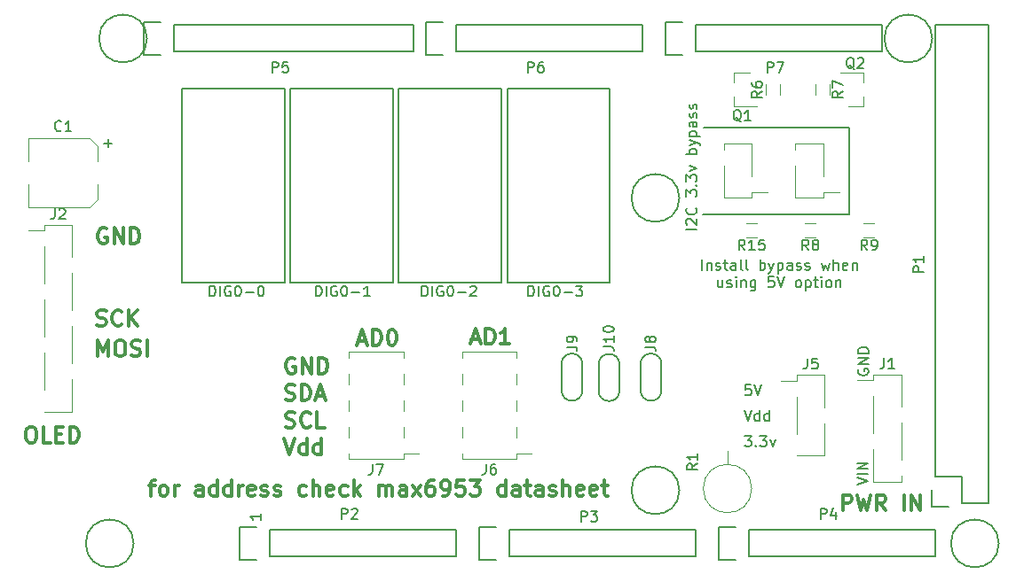
<source format=gto>
G04 #@! TF.FileFunction,Legend,Top*
%FSLAX46Y46*%
G04 Gerber Fmt 4.6, Leading zero omitted, Abs format (unit mm)*
G04 Created by KiCad (PCBNEW 4.0.7) date 01/09/18 02:40:13*
%MOMM*%
%LPD*%
G01*
G04 APERTURE LIST*
%ADD10C,0.100000*%
%ADD11C,0.300000*%
%ADD12C,0.152400*%
%ADD13C,0.150000*%
%ADD14C,0.120000*%
G04 APERTURE END LIST*
D10*
D11*
X116221429Y-101228571D02*
X116221429Y-99728571D01*
X116721429Y-100800000D01*
X117221429Y-99728571D01*
X117221429Y-101228571D01*
X118221429Y-99728571D02*
X118507143Y-99728571D01*
X118650001Y-99800000D01*
X118792858Y-99942857D01*
X118864286Y-100228571D01*
X118864286Y-100728571D01*
X118792858Y-101014286D01*
X118650001Y-101157143D01*
X118507143Y-101228571D01*
X118221429Y-101228571D01*
X118078572Y-101157143D01*
X117935715Y-101014286D01*
X117864286Y-100728571D01*
X117864286Y-100228571D01*
X117935715Y-99942857D01*
X118078572Y-99800000D01*
X118221429Y-99728571D01*
X119435715Y-101157143D02*
X119650001Y-101228571D01*
X120007144Y-101228571D01*
X120150001Y-101157143D01*
X120221430Y-101085714D01*
X120292858Y-100942857D01*
X120292858Y-100800000D01*
X120221430Y-100657143D01*
X120150001Y-100585714D01*
X120007144Y-100514286D01*
X119721430Y-100442857D01*
X119578572Y-100371429D01*
X119507144Y-100300000D01*
X119435715Y-100157143D01*
X119435715Y-100014286D01*
X119507144Y-99871429D01*
X119578572Y-99800000D01*
X119721430Y-99728571D01*
X120078572Y-99728571D01*
X120292858Y-99800000D01*
X120935715Y-101228571D02*
X120935715Y-99728571D01*
X116150000Y-98257143D02*
X116364286Y-98328571D01*
X116721429Y-98328571D01*
X116864286Y-98257143D01*
X116935715Y-98185714D01*
X117007143Y-98042857D01*
X117007143Y-97900000D01*
X116935715Y-97757143D01*
X116864286Y-97685714D01*
X116721429Y-97614286D01*
X116435715Y-97542857D01*
X116292857Y-97471429D01*
X116221429Y-97400000D01*
X116150000Y-97257143D01*
X116150000Y-97114286D01*
X116221429Y-96971429D01*
X116292857Y-96900000D01*
X116435715Y-96828571D01*
X116792857Y-96828571D01*
X117007143Y-96900000D01*
X118507143Y-98185714D02*
X118435714Y-98257143D01*
X118221428Y-98328571D01*
X118078571Y-98328571D01*
X117864286Y-98257143D01*
X117721428Y-98114286D01*
X117650000Y-97971429D01*
X117578571Y-97685714D01*
X117578571Y-97471429D01*
X117650000Y-97185714D01*
X117721428Y-97042857D01*
X117864286Y-96900000D01*
X118078571Y-96828571D01*
X118221428Y-96828571D01*
X118435714Y-96900000D01*
X118507143Y-96971429D01*
X119150000Y-98328571D02*
X119150000Y-96828571D01*
X120007143Y-98328571D02*
X119364286Y-97471429D01*
X120007143Y-96828571D02*
X119150000Y-97685714D01*
X117057143Y-89050000D02*
X116914286Y-88978571D01*
X116700000Y-88978571D01*
X116485715Y-89050000D01*
X116342857Y-89192857D01*
X116271429Y-89335714D01*
X116200000Y-89621429D01*
X116200000Y-89835714D01*
X116271429Y-90121429D01*
X116342857Y-90264286D01*
X116485715Y-90407143D01*
X116700000Y-90478571D01*
X116842857Y-90478571D01*
X117057143Y-90407143D01*
X117128572Y-90335714D01*
X117128572Y-89835714D01*
X116842857Y-89835714D01*
X117771429Y-90478571D02*
X117771429Y-88978571D01*
X118628572Y-90478571D01*
X118628572Y-88978571D01*
X119342858Y-90478571D02*
X119342858Y-88978571D01*
X119700001Y-88978571D01*
X119914286Y-89050000D01*
X120057144Y-89192857D01*
X120128572Y-89335714D01*
X120200001Y-89621429D01*
X120200001Y-89835714D01*
X120128572Y-90121429D01*
X120057144Y-90264286D01*
X119914286Y-90407143D01*
X119700001Y-90478571D01*
X119342858Y-90478571D01*
D12*
X188792000Y-102474095D02*
X188743619Y-102570857D01*
X188743619Y-102716000D01*
X188792000Y-102861142D01*
X188888762Y-102957904D01*
X188985524Y-103006285D01*
X189179048Y-103054666D01*
X189324190Y-103054666D01*
X189517714Y-103006285D01*
X189614476Y-102957904D01*
X189711238Y-102861142D01*
X189759619Y-102716000D01*
X189759619Y-102619238D01*
X189711238Y-102474095D01*
X189662857Y-102425714D01*
X189324190Y-102425714D01*
X189324190Y-102619238D01*
X189759619Y-101990285D02*
X188743619Y-101990285D01*
X189759619Y-101409714D01*
X188743619Y-101409714D01*
X189759619Y-100925904D02*
X188743619Y-100925904D01*
X188743619Y-100683999D01*
X188792000Y-100538857D01*
X188888762Y-100442095D01*
X188985524Y-100393714D01*
X189179048Y-100345333D01*
X189324190Y-100345333D01*
X189517714Y-100393714D01*
X189614476Y-100442095D01*
X189711238Y-100538857D01*
X189759619Y-100683999D01*
X189759619Y-100925904D01*
X188643619Y-113512762D02*
X189659619Y-113174095D01*
X188643619Y-112835429D01*
X189659619Y-112496762D02*
X188643619Y-112496762D01*
X189659619Y-112012952D02*
X188643619Y-112012952D01*
X189659619Y-111432381D01*
X188643619Y-111432381D01*
D13*
X187950000Y-79350000D02*
X174000000Y-79350000D01*
X187950000Y-87700000D02*
X187950000Y-79350000D01*
X173950000Y-87700000D02*
X187950000Y-87700000D01*
D12*
X173847716Y-92971419D02*
X173847716Y-91955419D01*
X174331526Y-92294086D02*
X174331526Y-92971419D01*
X174331526Y-92390848D02*
X174379907Y-92342467D01*
X174476669Y-92294086D01*
X174621811Y-92294086D01*
X174718573Y-92342467D01*
X174766954Y-92439229D01*
X174766954Y-92971419D01*
X175202383Y-92923038D02*
X175299145Y-92971419D01*
X175492669Y-92971419D01*
X175589430Y-92923038D01*
X175637811Y-92826276D01*
X175637811Y-92777895D01*
X175589430Y-92681133D01*
X175492669Y-92632752D01*
X175347526Y-92632752D01*
X175250764Y-92584371D01*
X175202383Y-92487610D01*
X175202383Y-92439229D01*
X175250764Y-92342467D01*
X175347526Y-92294086D01*
X175492669Y-92294086D01*
X175589430Y-92342467D01*
X175928097Y-92294086D02*
X176315145Y-92294086D01*
X176073240Y-91955419D02*
X176073240Y-92826276D01*
X176121621Y-92923038D01*
X176218383Y-92971419D01*
X176315145Y-92971419D01*
X177089239Y-92971419D02*
X177089239Y-92439229D01*
X177040858Y-92342467D01*
X176944096Y-92294086D01*
X176750573Y-92294086D01*
X176653811Y-92342467D01*
X177089239Y-92923038D02*
X176992477Y-92971419D01*
X176750573Y-92971419D01*
X176653811Y-92923038D01*
X176605430Y-92826276D01*
X176605430Y-92729514D01*
X176653811Y-92632752D01*
X176750573Y-92584371D01*
X176992477Y-92584371D01*
X177089239Y-92535990D01*
X177718192Y-92971419D02*
X177621430Y-92923038D01*
X177573049Y-92826276D01*
X177573049Y-91955419D01*
X178250382Y-92971419D02*
X178153620Y-92923038D01*
X178105239Y-92826276D01*
X178105239Y-91955419D01*
X179411524Y-92971419D02*
X179411524Y-91955419D01*
X179411524Y-92342467D02*
X179508286Y-92294086D01*
X179701809Y-92294086D01*
X179798571Y-92342467D01*
X179846952Y-92390848D01*
X179895333Y-92487610D01*
X179895333Y-92777895D01*
X179846952Y-92874657D01*
X179798571Y-92923038D01*
X179701809Y-92971419D01*
X179508286Y-92971419D01*
X179411524Y-92923038D01*
X180234000Y-92294086D02*
X180475905Y-92971419D01*
X180717809Y-92294086D02*
X180475905Y-92971419D01*
X180379143Y-93213324D01*
X180330762Y-93261705D01*
X180234000Y-93310086D01*
X181104857Y-92294086D02*
X181104857Y-93310086D01*
X181104857Y-92342467D02*
X181201619Y-92294086D01*
X181395142Y-92294086D01*
X181491904Y-92342467D01*
X181540285Y-92390848D01*
X181588666Y-92487610D01*
X181588666Y-92777895D01*
X181540285Y-92874657D01*
X181491904Y-92923038D01*
X181395142Y-92971419D01*
X181201619Y-92971419D01*
X181104857Y-92923038D01*
X182459523Y-92971419D02*
X182459523Y-92439229D01*
X182411142Y-92342467D01*
X182314380Y-92294086D01*
X182120857Y-92294086D01*
X182024095Y-92342467D01*
X182459523Y-92923038D02*
X182362761Y-92971419D01*
X182120857Y-92971419D01*
X182024095Y-92923038D01*
X181975714Y-92826276D01*
X181975714Y-92729514D01*
X182024095Y-92632752D01*
X182120857Y-92584371D01*
X182362761Y-92584371D01*
X182459523Y-92535990D01*
X182894952Y-92923038D02*
X182991714Y-92971419D01*
X183185238Y-92971419D01*
X183281999Y-92923038D01*
X183330380Y-92826276D01*
X183330380Y-92777895D01*
X183281999Y-92681133D01*
X183185238Y-92632752D01*
X183040095Y-92632752D01*
X182943333Y-92584371D01*
X182894952Y-92487610D01*
X182894952Y-92439229D01*
X182943333Y-92342467D01*
X183040095Y-92294086D01*
X183185238Y-92294086D01*
X183281999Y-92342467D01*
X183717428Y-92923038D02*
X183814190Y-92971419D01*
X184007714Y-92971419D01*
X184104475Y-92923038D01*
X184152856Y-92826276D01*
X184152856Y-92777895D01*
X184104475Y-92681133D01*
X184007714Y-92632752D01*
X183862571Y-92632752D01*
X183765809Y-92584371D01*
X183717428Y-92487610D01*
X183717428Y-92439229D01*
X183765809Y-92342467D01*
X183862571Y-92294086D01*
X184007714Y-92294086D01*
X184104475Y-92342467D01*
X185265618Y-92294086D02*
X185459142Y-92971419D01*
X185652665Y-92487610D01*
X185846189Y-92971419D01*
X186039713Y-92294086D01*
X186426761Y-92971419D02*
X186426761Y-91955419D01*
X186862189Y-92971419D02*
X186862189Y-92439229D01*
X186813808Y-92342467D01*
X186717046Y-92294086D01*
X186571904Y-92294086D01*
X186475142Y-92342467D01*
X186426761Y-92390848D01*
X187733046Y-92923038D02*
X187636284Y-92971419D01*
X187442761Y-92971419D01*
X187345999Y-92923038D01*
X187297618Y-92826276D01*
X187297618Y-92439229D01*
X187345999Y-92342467D01*
X187442761Y-92294086D01*
X187636284Y-92294086D01*
X187733046Y-92342467D01*
X187781427Y-92439229D01*
X187781427Y-92535990D01*
X187297618Y-92632752D01*
X188216856Y-92294086D02*
X188216856Y-92971419D01*
X188216856Y-92390848D02*
X188265237Y-92342467D01*
X188361999Y-92294086D01*
X188507141Y-92294086D01*
X188603903Y-92342467D01*
X188652284Y-92439229D01*
X188652284Y-92971419D01*
X175831334Y-93970486D02*
X175831334Y-94647819D01*
X175395906Y-93970486D02*
X175395906Y-94502676D01*
X175444287Y-94599438D01*
X175541049Y-94647819D01*
X175686191Y-94647819D01*
X175782953Y-94599438D01*
X175831334Y-94551057D01*
X176266763Y-94599438D02*
X176363525Y-94647819D01*
X176557049Y-94647819D01*
X176653810Y-94599438D01*
X176702191Y-94502676D01*
X176702191Y-94454295D01*
X176653810Y-94357533D01*
X176557049Y-94309152D01*
X176411906Y-94309152D01*
X176315144Y-94260771D01*
X176266763Y-94164010D01*
X176266763Y-94115629D01*
X176315144Y-94018867D01*
X176411906Y-93970486D01*
X176557049Y-93970486D01*
X176653810Y-94018867D01*
X177137620Y-94647819D02*
X177137620Y-93970486D01*
X177137620Y-93631819D02*
X177089239Y-93680200D01*
X177137620Y-93728581D01*
X177186001Y-93680200D01*
X177137620Y-93631819D01*
X177137620Y-93728581D01*
X177621430Y-93970486D02*
X177621430Y-94647819D01*
X177621430Y-94067248D02*
X177669811Y-94018867D01*
X177766573Y-93970486D01*
X177911715Y-93970486D01*
X178008477Y-94018867D01*
X178056858Y-94115629D01*
X178056858Y-94647819D01*
X178976096Y-93970486D02*
X178976096Y-94792962D01*
X178927715Y-94889724D01*
X178879334Y-94938105D01*
X178782573Y-94986486D01*
X178637430Y-94986486D01*
X178540668Y-94938105D01*
X178976096Y-94599438D02*
X178879334Y-94647819D01*
X178685811Y-94647819D01*
X178589049Y-94599438D01*
X178540668Y-94551057D01*
X178492287Y-94454295D01*
X178492287Y-94164010D01*
X178540668Y-94067248D01*
X178589049Y-94018867D01*
X178685811Y-93970486D01*
X178879334Y-93970486D01*
X178976096Y-94018867D01*
X180717810Y-93631819D02*
X180234001Y-93631819D01*
X180185620Y-94115629D01*
X180234001Y-94067248D01*
X180330763Y-94018867D01*
X180572667Y-94018867D01*
X180669429Y-94067248D01*
X180717810Y-94115629D01*
X180766191Y-94212390D01*
X180766191Y-94454295D01*
X180717810Y-94551057D01*
X180669429Y-94599438D01*
X180572667Y-94647819D01*
X180330763Y-94647819D01*
X180234001Y-94599438D01*
X180185620Y-94551057D01*
X181056477Y-93631819D02*
X181395144Y-94647819D01*
X181733810Y-93631819D01*
X182991715Y-94647819D02*
X182894953Y-94599438D01*
X182846572Y-94551057D01*
X182798191Y-94454295D01*
X182798191Y-94164010D01*
X182846572Y-94067248D01*
X182894953Y-94018867D01*
X182991715Y-93970486D01*
X183136857Y-93970486D01*
X183233619Y-94018867D01*
X183282000Y-94067248D01*
X183330381Y-94164010D01*
X183330381Y-94454295D01*
X183282000Y-94551057D01*
X183233619Y-94599438D01*
X183136857Y-94647819D01*
X182991715Y-94647819D01*
X183765810Y-93970486D02*
X183765810Y-94986486D01*
X183765810Y-94018867D02*
X183862572Y-93970486D01*
X184056095Y-93970486D01*
X184152857Y-94018867D01*
X184201238Y-94067248D01*
X184249619Y-94164010D01*
X184249619Y-94454295D01*
X184201238Y-94551057D01*
X184152857Y-94599438D01*
X184056095Y-94647819D01*
X183862572Y-94647819D01*
X183765810Y-94599438D01*
X184539905Y-93970486D02*
X184926953Y-93970486D01*
X184685048Y-93631819D02*
X184685048Y-94502676D01*
X184733429Y-94599438D01*
X184830191Y-94647819D01*
X184926953Y-94647819D01*
X185265619Y-94647819D02*
X185265619Y-93970486D01*
X185265619Y-93631819D02*
X185217238Y-93680200D01*
X185265619Y-93728581D01*
X185314000Y-93680200D01*
X185265619Y-93631819D01*
X185265619Y-93728581D01*
X185894572Y-94647819D02*
X185797810Y-94599438D01*
X185749429Y-94551057D01*
X185701048Y-94454295D01*
X185701048Y-94164010D01*
X185749429Y-94067248D01*
X185797810Y-94018867D01*
X185894572Y-93970486D01*
X186039714Y-93970486D01*
X186136476Y-94018867D01*
X186184857Y-94067248D01*
X186233238Y-94164010D01*
X186233238Y-94454295D01*
X186184857Y-94551057D01*
X186136476Y-94599438D01*
X186039714Y-94647819D01*
X185894572Y-94647819D01*
X186668667Y-93970486D02*
X186668667Y-94647819D01*
X186668667Y-94067248D02*
X186717048Y-94018867D01*
X186813810Y-93970486D01*
X186958952Y-93970486D01*
X187055714Y-94018867D01*
X187104095Y-94115629D01*
X187104095Y-94647819D01*
X173359619Y-89100856D02*
X172343619Y-89100856D01*
X172440381Y-88665427D02*
X172392000Y-88617046D01*
X172343619Y-88520284D01*
X172343619Y-88278380D01*
X172392000Y-88181618D01*
X172440381Y-88133237D01*
X172537143Y-88084856D01*
X172633905Y-88084856D01*
X172779048Y-88133237D01*
X173359619Y-88713808D01*
X173359619Y-88084856D01*
X173262857Y-87068856D02*
X173311238Y-87117237D01*
X173359619Y-87262380D01*
X173359619Y-87359142D01*
X173311238Y-87504284D01*
X173214476Y-87601046D01*
X173117714Y-87649427D01*
X172924190Y-87697808D01*
X172779048Y-87697808D01*
X172585524Y-87649427D01*
X172488762Y-87601046D01*
X172392000Y-87504284D01*
X172343619Y-87359142D01*
X172343619Y-87262380D01*
X172392000Y-87117237D01*
X172440381Y-87068856D01*
X172343619Y-85956094D02*
X172343619Y-85327142D01*
X172730667Y-85665808D01*
X172730667Y-85520666D01*
X172779048Y-85423904D01*
X172827429Y-85375523D01*
X172924190Y-85327142D01*
X173166095Y-85327142D01*
X173262857Y-85375523D01*
X173311238Y-85423904D01*
X173359619Y-85520666D01*
X173359619Y-85810951D01*
X173311238Y-85907713D01*
X173262857Y-85956094D01*
X173262857Y-84891713D02*
X173311238Y-84843332D01*
X173359619Y-84891713D01*
X173311238Y-84940094D01*
X173262857Y-84891713D01*
X173359619Y-84891713D01*
X172343619Y-84504665D02*
X172343619Y-83875713D01*
X172730667Y-84214379D01*
X172730667Y-84069237D01*
X172779048Y-83972475D01*
X172827429Y-83924094D01*
X172924190Y-83875713D01*
X173166095Y-83875713D01*
X173262857Y-83924094D01*
X173311238Y-83972475D01*
X173359619Y-84069237D01*
X173359619Y-84359522D01*
X173311238Y-84456284D01*
X173262857Y-84504665D01*
X172682286Y-83537046D02*
X173359619Y-83295141D01*
X172682286Y-83053237D01*
X173359619Y-81892094D02*
X172343619Y-81892094D01*
X172730667Y-81892094D02*
X172682286Y-81795332D01*
X172682286Y-81601809D01*
X172730667Y-81505047D01*
X172779048Y-81456666D01*
X172875810Y-81408285D01*
X173166095Y-81408285D01*
X173262857Y-81456666D01*
X173311238Y-81505047D01*
X173359619Y-81601809D01*
X173359619Y-81795332D01*
X173311238Y-81892094D01*
X172682286Y-81069618D02*
X173359619Y-80827713D01*
X172682286Y-80585809D02*
X173359619Y-80827713D01*
X173601524Y-80924475D01*
X173649905Y-80972856D01*
X173698286Y-81069618D01*
X172682286Y-80198761D02*
X173698286Y-80198761D01*
X172730667Y-80198761D02*
X172682286Y-80101999D01*
X172682286Y-79908476D01*
X172730667Y-79811714D01*
X172779048Y-79763333D01*
X172875810Y-79714952D01*
X173166095Y-79714952D01*
X173262857Y-79763333D01*
X173311238Y-79811714D01*
X173359619Y-79908476D01*
X173359619Y-80101999D01*
X173311238Y-80198761D01*
X173359619Y-78844095D02*
X172827429Y-78844095D01*
X172730667Y-78892476D01*
X172682286Y-78989238D01*
X172682286Y-79182761D01*
X172730667Y-79279523D01*
X173311238Y-78844095D02*
X173359619Y-78940857D01*
X173359619Y-79182761D01*
X173311238Y-79279523D01*
X173214476Y-79327904D01*
X173117714Y-79327904D01*
X173020952Y-79279523D01*
X172972571Y-79182761D01*
X172972571Y-78940857D01*
X172924190Y-78844095D01*
X173311238Y-78408666D02*
X173359619Y-78311904D01*
X173359619Y-78118380D01*
X173311238Y-78021619D01*
X173214476Y-77973238D01*
X173166095Y-77973238D01*
X173069333Y-78021619D01*
X173020952Y-78118380D01*
X173020952Y-78263523D01*
X172972571Y-78360285D01*
X172875810Y-78408666D01*
X172827429Y-78408666D01*
X172730667Y-78360285D01*
X172682286Y-78263523D01*
X172682286Y-78118380D01*
X172730667Y-78021619D01*
X173311238Y-77586190D02*
X173359619Y-77489428D01*
X173359619Y-77295904D01*
X173311238Y-77199143D01*
X173214476Y-77150762D01*
X173166095Y-77150762D01*
X173069333Y-77199143D01*
X173020952Y-77295904D01*
X173020952Y-77441047D01*
X172972571Y-77537809D01*
X172875810Y-77586190D01*
X172827429Y-77586190D01*
X172730667Y-77537809D01*
X172682286Y-77441047D01*
X172682286Y-77295904D01*
X172730667Y-77199143D01*
X177900191Y-106393619D02*
X178238858Y-107409619D01*
X178577524Y-106393619D01*
X179351619Y-107409619D02*
X179351619Y-106393619D01*
X179351619Y-107361238D02*
X179254857Y-107409619D01*
X179061334Y-107409619D01*
X178964572Y-107361238D01*
X178916191Y-107312857D01*
X178867810Y-107216095D01*
X178867810Y-106925810D01*
X178916191Y-106829048D01*
X178964572Y-106780667D01*
X179061334Y-106732286D01*
X179254857Y-106732286D01*
X179351619Y-106780667D01*
X180270857Y-107409619D02*
X180270857Y-106393619D01*
X180270857Y-107361238D02*
X180174095Y-107409619D01*
X179980572Y-107409619D01*
X179883810Y-107361238D01*
X179835429Y-107312857D01*
X179787048Y-107216095D01*
X179787048Y-106925810D01*
X179835429Y-106829048D01*
X179883810Y-106780667D01*
X179980572Y-106732286D01*
X180174095Y-106732286D01*
X180270857Y-106780667D01*
D11*
X134007143Y-109128570D02*
X134507143Y-110628570D01*
X135007143Y-109128570D01*
X136150000Y-110628570D02*
X136150000Y-109128570D01*
X136150000Y-110557142D02*
X136007143Y-110628570D01*
X135721429Y-110628570D01*
X135578571Y-110557142D01*
X135507143Y-110485713D01*
X135435714Y-110342856D01*
X135435714Y-109914285D01*
X135507143Y-109771428D01*
X135578571Y-109699999D01*
X135721429Y-109628570D01*
X136007143Y-109628570D01*
X136150000Y-109699999D01*
X137507143Y-110628570D02*
X137507143Y-109128570D01*
X137507143Y-110557142D02*
X137364286Y-110628570D01*
X137078572Y-110628570D01*
X136935714Y-110557142D01*
X136864286Y-110485713D01*
X136792857Y-110342856D01*
X136792857Y-109914285D01*
X136864286Y-109771428D01*
X136935714Y-109699999D01*
X137078572Y-109628570D01*
X137364286Y-109628570D01*
X137507143Y-109699999D01*
X134150000Y-107973809D02*
X134364286Y-108045237D01*
X134721429Y-108045237D01*
X134864286Y-107973809D01*
X134935715Y-107902380D01*
X135007143Y-107759523D01*
X135007143Y-107616666D01*
X134935715Y-107473809D01*
X134864286Y-107402380D01*
X134721429Y-107330952D01*
X134435715Y-107259523D01*
X134292857Y-107188095D01*
X134221429Y-107116666D01*
X134150000Y-106973809D01*
X134150000Y-106830952D01*
X134221429Y-106688095D01*
X134292857Y-106616666D01*
X134435715Y-106545237D01*
X134792857Y-106545237D01*
X135007143Y-106616666D01*
X136507143Y-107902380D02*
X136435714Y-107973809D01*
X136221428Y-108045237D01*
X136078571Y-108045237D01*
X135864286Y-107973809D01*
X135721428Y-107830952D01*
X135650000Y-107688095D01*
X135578571Y-107402380D01*
X135578571Y-107188095D01*
X135650000Y-106902380D01*
X135721428Y-106759523D01*
X135864286Y-106616666D01*
X136078571Y-106545237D01*
X136221428Y-106545237D01*
X136435714Y-106616666D01*
X136507143Y-106688095D01*
X137864286Y-108045237D02*
X137150000Y-108045237D01*
X137150000Y-106545237D01*
X134150000Y-105390476D02*
X134364286Y-105461904D01*
X134721429Y-105461904D01*
X134864286Y-105390476D01*
X134935715Y-105319047D01*
X135007143Y-105176190D01*
X135007143Y-105033333D01*
X134935715Y-104890476D01*
X134864286Y-104819047D01*
X134721429Y-104747619D01*
X134435715Y-104676190D01*
X134292857Y-104604762D01*
X134221429Y-104533333D01*
X134150000Y-104390476D01*
X134150000Y-104247619D01*
X134221429Y-104104762D01*
X134292857Y-104033333D01*
X134435715Y-103961904D01*
X134792857Y-103961904D01*
X135007143Y-104033333D01*
X135650000Y-105461904D02*
X135650000Y-103961904D01*
X136007143Y-103961904D01*
X136221428Y-104033333D01*
X136364286Y-104176190D01*
X136435714Y-104319047D01*
X136507143Y-104604762D01*
X136507143Y-104819047D01*
X136435714Y-105104762D01*
X136364286Y-105247619D01*
X136221428Y-105390476D01*
X136007143Y-105461904D01*
X135650000Y-105461904D01*
X137078571Y-105033333D02*
X137792857Y-105033333D01*
X136935714Y-105461904D02*
X137435714Y-103961904D01*
X137935714Y-105461904D01*
X135007143Y-101450000D02*
X134864286Y-101378571D01*
X134650000Y-101378571D01*
X134435715Y-101450000D01*
X134292857Y-101592857D01*
X134221429Y-101735714D01*
X134150000Y-102021429D01*
X134150000Y-102235714D01*
X134221429Y-102521429D01*
X134292857Y-102664286D01*
X134435715Y-102807143D01*
X134650000Y-102878571D01*
X134792857Y-102878571D01*
X135007143Y-102807143D01*
X135078572Y-102735714D01*
X135078572Y-102235714D01*
X134792857Y-102235714D01*
X135721429Y-102878571D02*
X135721429Y-101378571D01*
X136578572Y-102878571D01*
X136578572Y-101378571D01*
X137292858Y-102878571D02*
X137292858Y-101378571D01*
X137650001Y-101378571D01*
X137864286Y-101450000D01*
X138007144Y-101592857D01*
X138078572Y-101735714D01*
X138150001Y-102021429D01*
X138150001Y-102235714D01*
X138078572Y-102521429D01*
X138007144Y-102664286D01*
X137864286Y-102807143D01*
X137650001Y-102878571D01*
X137292858Y-102878571D01*
D12*
X178529143Y-103943619D02*
X178045334Y-103943619D01*
X177996953Y-104427429D01*
X178045334Y-104379048D01*
X178142096Y-104330667D01*
X178384000Y-104330667D01*
X178480762Y-104379048D01*
X178529143Y-104427429D01*
X178577524Y-104524190D01*
X178577524Y-104766095D01*
X178529143Y-104862857D01*
X178480762Y-104911238D01*
X178384000Y-104959619D01*
X178142096Y-104959619D01*
X178045334Y-104911238D01*
X177996953Y-104862857D01*
X178867810Y-103943619D02*
X179206477Y-104959619D01*
X179545143Y-103943619D01*
X177948572Y-108843619D02*
X178577524Y-108843619D01*
X178238858Y-109230667D01*
X178384000Y-109230667D01*
X178480762Y-109279048D01*
X178529143Y-109327429D01*
X178577524Y-109424190D01*
X178577524Y-109666095D01*
X178529143Y-109762857D01*
X178480762Y-109811238D01*
X178384000Y-109859619D01*
X178093715Y-109859619D01*
X177996953Y-109811238D01*
X177948572Y-109762857D01*
X179012953Y-109762857D02*
X179061334Y-109811238D01*
X179012953Y-109859619D01*
X178964572Y-109811238D01*
X179012953Y-109762857D01*
X179012953Y-109859619D01*
X179400001Y-108843619D02*
X180028953Y-108843619D01*
X179690287Y-109230667D01*
X179835429Y-109230667D01*
X179932191Y-109279048D01*
X179980572Y-109327429D01*
X180028953Y-109424190D01*
X180028953Y-109666095D01*
X179980572Y-109762857D01*
X179932191Y-109811238D01*
X179835429Y-109859619D01*
X179545144Y-109859619D01*
X179448382Y-109811238D01*
X179400001Y-109762857D01*
X180367620Y-109182286D02*
X180609525Y-109859619D01*
X180851429Y-109182286D01*
D11*
X187285714Y-115978571D02*
X187285714Y-114478571D01*
X187857142Y-114478571D01*
X188000000Y-114550000D01*
X188071428Y-114621429D01*
X188142857Y-114764286D01*
X188142857Y-114978571D01*
X188071428Y-115121429D01*
X188000000Y-115192857D01*
X187857142Y-115264286D01*
X187285714Y-115264286D01*
X188642857Y-114478571D02*
X189000000Y-115978571D01*
X189285714Y-114907143D01*
X189571428Y-115978571D01*
X189928571Y-114478571D01*
X191357143Y-115978571D02*
X190857143Y-115264286D01*
X190500000Y-115978571D02*
X190500000Y-114478571D01*
X191071428Y-114478571D01*
X191214286Y-114550000D01*
X191285714Y-114621429D01*
X191357143Y-114764286D01*
X191357143Y-114978571D01*
X191285714Y-115121429D01*
X191214286Y-115192857D01*
X191071428Y-115264286D01*
X190500000Y-115264286D01*
X193142857Y-115978571D02*
X193142857Y-114478571D01*
X193857143Y-115978571D02*
X193857143Y-114478571D01*
X194714286Y-115978571D01*
X194714286Y-114478571D01*
X109721428Y-107978571D02*
X110007142Y-107978571D01*
X110150000Y-108050000D01*
X110292857Y-108192857D01*
X110364285Y-108478571D01*
X110364285Y-108978571D01*
X110292857Y-109264286D01*
X110150000Y-109407143D01*
X110007142Y-109478571D01*
X109721428Y-109478571D01*
X109578571Y-109407143D01*
X109435714Y-109264286D01*
X109364285Y-108978571D01*
X109364285Y-108478571D01*
X109435714Y-108192857D01*
X109578571Y-108050000D01*
X109721428Y-107978571D01*
X111721429Y-109478571D02*
X111007143Y-109478571D01*
X111007143Y-107978571D01*
X112221429Y-108692857D02*
X112721429Y-108692857D01*
X112935715Y-109478571D02*
X112221429Y-109478571D01*
X112221429Y-107978571D01*
X112935715Y-107978571D01*
X113578572Y-109478571D02*
X113578572Y-107978571D01*
X113935715Y-107978571D01*
X114150000Y-108050000D01*
X114292858Y-108192857D01*
X114364286Y-108335714D01*
X114435715Y-108621429D01*
X114435715Y-108835714D01*
X114364286Y-109121429D01*
X114292858Y-109264286D01*
X114150000Y-109407143D01*
X113935715Y-109478571D01*
X113578572Y-109478571D01*
X151878572Y-99650000D02*
X152592858Y-99650000D01*
X151735715Y-100078571D02*
X152235715Y-98578571D01*
X152735715Y-100078571D01*
X153235715Y-100078571D02*
X153235715Y-98578571D01*
X153592858Y-98578571D01*
X153807143Y-98650000D01*
X153950001Y-98792857D01*
X154021429Y-98935714D01*
X154092858Y-99221429D01*
X154092858Y-99435714D01*
X154021429Y-99721429D01*
X153950001Y-99864286D01*
X153807143Y-100007143D01*
X153592858Y-100078571D01*
X153235715Y-100078571D01*
X155521429Y-100078571D02*
X154664286Y-100078571D01*
X155092858Y-100078571D02*
X155092858Y-98578571D01*
X154950001Y-98792857D01*
X154807143Y-98935714D01*
X154664286Y-99007143D01*
X141078572Y-99750000D02*
X141792858Y-99750000D01*
X140935715Y-100178571D02*
X141435715Y-98678571D01*
X141935715Y-100178571D01*
X142435715Y-100178571D02*
X142435715Y-98678571D01*
X142792858Y-98678571D01*
X143007143Y-98750000D01*
X143150001Y-98892857D01*
X143221429Y-99035714D01*
X143292858Y-99321429D01*
X143292858Y-99535714D01*
X143221429Y-99821429D01*
X143150001Y-99964286D01*
X143007143Y-100107143D01*
X142792858Y-100178571D01*
X142435715Y-100178571D01*
X144221429Y-98678571D02*
X144364286Y-98678571D01*
X144507143Y-98750000D01*
X144578572Y-98821429D01*
X144650001Y-98964286D01*
X144721429Y-99250000D01*
X144721429Y-99607143D01*
X144650001Y-99892857D01*
X144578572Y-100035714D01*
X144507143Y-100107143D01*
X144364286Y-100178571D01*
X144221429Y-100178571D01*
X144078572Y-100107143D01*
X144007143Y-100035714D01*
X143935715Y-99892857D01*
X143864286Y-99607143D01*
X143864286Y-99250000D01*
X143935715Y-98964286D01*
X144007143Y-98821429D01*
X144078572Y-98750000D01*
X144221429Y-98678571D01*
X121107144Y-113578571D02*
X121678573Y-113578571D01*
X121321430Y-114578571D02*
X121321430Y-113292857D01*
X121392858Y-113150000D01*
X121535716Y-113078571D01*
X121678573Y-113078571D01*
X122392859Y-114578571D02*
X122250001Y-114507143D01*
X122178573Y-114435714D01*
X122107144Y-114292857D01*
X122107144Y-113864286D01*
X122178573Y-113721429D01*
X122250001Y-113650000D01*
X122392859Y-113578571D01*
X122607144Y-113578571D01*
X122750001Y-113650000D01*
X122821430Y-113721429D01*
X122892859Y-113864286D01*
X122892859Y-114292857D01*
X122821430Y-114435714D01*
X122750001Y-114507143D01*
X122607144Y-114578571D01*
X122392859Y-114578571D01*
X123535716Y-114578571D02*
X123535716Y-113578571D01*
X123535716Y-113864286D02*
X123607144Y-113721429D01*
X123678573Y-113650000D01*
X123821430Y-113578571D01*
X123964287Y-113578571D01*
X126250001Y-114578571D02*
X126250001Y-113792857D01*
X126178572Y-113650000D01*
X126035715Y-113578571D01*
X125750001Y-113578571D01*
X125607144Y-113650000D01*
X126250001Y-114507143D02*
X126107144Y-114578571D01*
X125750001Y-114578571D01*
X125607144Y-114507143D01*
X125535715Y-114364286D01*
X125535715Y-114221429D01*
X125607144Y-114078571D01*
X125750001Y-114007143D01*
X126107144Y-114007143D01*
X126250001Y-113935714D01*
X127607144Y-114578571D02*
X127607144Y-113078571D01*
X127607144Y-114507143D02*
X127464287Y-114578571D01*
X127178573Y-114578571D01*
X127035715Y-114507143D01*
X126964287Y-114435714D01*
X126892858Y-114292857D01*
X126892858Y-113864286D01*
X126964287Y-113721429D01*
X127035715Y-113650000D01*
X127178573Y-113578571D01*
X127464287Y-113578571D01*
X127607144Y-113650000D01*
X128964287Y-114578571D02*
X128964287Y-113078571D01*
X128964287Y-114507143D02*
X128821430Y-114578571D01*
X128535716Y-114578571D01*
X128392858Y-114507143D01*
X128321430Y-114435714D01*
X128250001Y-114292857D01*
X128250001Y-113864286D01*
X128321430Y-113721429D01*
X128392858Y-113650000D01*
X128535716Y-113578571D01*
X128821430Y-113578571D01*
X128964287Y-113650000D01*
X129678573Y-114578571D02*
X129678573Y-113578571D01*
X129678573Y-113864286D02*
X129750001Y-113721429D01*
X129821430Y-113650000D01*
X129964287Y-113578571D01*
X130107144Y-113578571D01*
X131178572Y-114507143D02*
X131035715Y-114578571D01*
X130750001Y-114578571D01*
X130607144Y-114507143D01*
X130535715Y-114364286D01*
X130535715Y-113792857D01*
X130607144Y-113650000D01*
X130750001Y-113578571D01*
X131035715Y-113578571D01*
X131178572Y-113650000D01*
X131250001Y-113792857D01*
X131250001Y-113935714D01*
X130535715Y-114078571D01*
X131821429Y-114507143D02*
X131964286Y-114578571D01*
X132250001Y-114578571D01*
X132392858Y-114507143D01*
X132464286Y-114364286D01*
X132464286Y-114292857D01*
X132392858Y-114150000D01*
X132250001Y-114078571D01*
X132035715Y-114078571D01*
X131892858Y-114007143D01*
X131821429Y-113864286D01*
X131821429Y-113792857D01*
X131892858Y-113650000D01*
X132035715Y-113578571D01*
X132250001Y-113578571D01*
X132392858Y-113650000D01*
X133035715Y-114507143D02*
X133178572Y-114578571D01*
X133464287Y-114578571D01*
X133607144Y-114507143D01*
X133678572Y-114364286D01*
X133678572Y-114292857D01*
X133607144Y-114150000D01*
X133464287Y-114078571D01*
X133250001Y-114078571D01*
X133107144Y-114007143D01*
X133035715Y-113864286D01*
X133035715Y-113792857D01*
X133107144Y-113650000D01*
X133250001Y-113578571D01*
X133464287Y-113578571D01*
X133607144Y-113650000D01*
X136107144Y-114507143D02*
X135964287Y-114578571D01*
X135678573Y-114578571D01*
X135535715Y-114507143D01*
X135464287Y-114435714D01*
X135392858Y-114292857D01*
X135392858Y-113864286D01*
X135464287Y-113721429D01*
X135535715Y-113650000D01*
X135678573Y-113578571D01*
X135964287Y-113578571D01*
X136107144Y-113650000D01*
X136750001Y-114578571D02*
X136750001Y-113078571D01*
X137392858Y-114578571D02*
X137392858Y-113792857D01*
X137321429Y-113650000D01*
X137178572Y-113578571D01*
X136964287Y-113578571D01*
X136821429Y-113650000D01*
X136750001Y-113721429D01*
X138678572Y-114507143D02*
X138535715Y-114578571D01*
X138250001Y-114578571D01*
X138107144Y-114507143D01*
X138035715Y-114364286D01*
X138035715Y-113792857D01*
X138107144Y-113650000D01*
X138250001Y-113578571D01*
X138535715Y-113578571D01*
X138678572Y-113650000D01*
X138750001Y-113792857D01*
X138750001Y-113935714D01*
X138035715Y-114078571D01*
X140035715Y-114507143D02*
X139892858Y-114578571D01*
X139607144Y-114578571D01*
X139464286Y-114507143D01*
X139392858Y-114435714D01*
X139321429Y-114292857D01*
X139321429Y-113864286D01*
X139392858Y-113721429D01*
X139464286Y-113650000D01*
X139607144Y-113578571D01*
X139892858Y-113578571D01*
X140035715Y-113650000D01*
X140678572Y-114578571D02*
X140678572Y-113078571D01*
X140821429Y-114007143D02*
X141250000Y-114578571D01*
X141250000Y-113578571D02*
X140678572Y-114150000D01*
X143035715Y-114578571D02*
X143035715Y-113578571D01*
X143035715Y-113721429D02*
X143107143Y-113650000D01*
X143250001Y-113578571D01*
X143464286Y-113578571D01*
X143607143Y-113650000D01*
X143678572Y-113792857D01*
X143678572Y-114578571D01*
X143678572Y-113792857D02*
X143750001Y-113650000D01*
X143892858Y-113578571D01*
X144107143Y-113578571D01*
X144250001Y-113650000D01*
X144321429Y-113792857D01*
X144321429Y-114578571D01*
X145678572Y-114578571D02*
X145678572Y-113792857D01*
X145607143Y-113650000D01*
X145464286Y-113578571D01*
X145178572Y-113578571D01*
X145035715Y-113650000D01*
X145678572Y-114507143D02*
X145535715Y-114578571D01*
X145178572Y-114578571D01*
X145035715Y-114507143D01*
X144964286Y-114364286D01*
X144964286Y-114221429D01*
X145035715Y-114078571D01*
X145178572Y-114007143D01*
X145535715Y-114007143D01*
X145678572Y-113935714D01*
X146250001Y-114578571D02*
X147035715Y-113578571D01*
X146250001Y-113578571D02*
X147035715Y-114578571D01*
X148250001Y-113078571D02*
X147964287Y-113078571D01*
X147821430Y-113150000D01*
X147750001Y-113221429D01*
X147607144Y-113435714D01*
X147535715Y-113721429D01*
X147535715Y-114292857D01*
X147607144Y-114435714D01*
X147678572Y-114507143D01*
X147821430Y-114578571D01*
X148107144Y-114578571D01*
X148250001Y-114507143D01*
X148321430Y-114435714D01*
X148392858Y-114292857D01*
X148392858Y-113935714D01*
X148321430Y-113792857D01*
X148250001Y-113721429D01*
X148107144Y-113650000D01*
X147821430Y-113650000D01*
X147678572Y-113721429D01*
X147607144Y-113792857D01*
X147535715Y-113935714D01*
X149107143Y-114578571D02*
X149392858Y-114578571D01*
X149535715Y-114507143D01*
X149607143Y-114435714D01*
X149750001Y-114221429D01*
X149821429Y-113935714D01*
X149821429Y-113364286D01*
X149750001Y-113221429D01*
X149678572Y-113150000D01*
X149535715Y-113078571D01*
X149250001Y-113078571D01*
X149107143Y-113150000D01*
X149035715Y-113221429D01*
X148964286Y-113364286D01*
X148964286Y-113721429D01*
X149035715Y-113864286D01*
X149107143Y-113935714D01*
X149250001Y-114007143D01*
X149535715Y-114007143D01*
X149678572Y-113935714D01*
X149750001Y-113864286D01*
X149821429Y-113721429D01*
X151178572Y-113078571D02*
X150464286Y-113078571D01*
X150392857Y-113792857D01*
X150464286Y-113721429D01*
X150607143Y-113650000D01*
X150964286Y-113650000D01*
X151107143Y-113721429D01*
X151178572Y-113792857D01*
X151250000Y-113935714D01*
X151250000Y-114292857D01*
X151178572Y-114435714D01*
X151107143Y-114507143D01*
X150964286Y-114578571D01*
X150607143Y-114578571D01*
X150464286Y-114507143D01*
X150392857Y-114435714D01*
X151750000Y-113078571D02*
X152678571Y-113078571D01*
X152178571Y-113650000D01*
X152392857Y-113650000D01*
X152535714Y-113721429D01*
X152607143Y-113792857D01*
X152678571Y-113935714D01*
X152678571Y-114292857D01*
X152607143Y-114435714D01*
X152535714Y-114507143D01*
X152392857Y-114578571D01*
X151964285Y-114578571D01*
X151821428Y-114507143D01*
X151750000Y-114435714D01*
X155107142Y-114578571D02*
X155107142Y-113078571D01*
X155107142Y-114507143D02*
X154964285Y-114578571D01*
X154678571Y-114578571D01*
X154535713Y-114507143D01*
X154464285Y-114435714D01*
X154392856Y-114292857D01*
X154392856Y-113864286D01*
X154464285Y-113721429D01*
X154535713Y-113650000D01*
X154678571Y-113578571D01*
X154964285Y-113578571D01*
X155107142Y-113650000D01*
X156464285Y-114578571D02*
X156464285Y-113792857D01*
X156392856Y-113650000D01*
X156249999Y-113578571D01*
X155964285Y-113578571D01*
X155821428Y-113650000D01*
X156464285Y-114507143D02*
X156321428Y-114578571D01*
X155964285Y-114578571D01*
X155821428Y-114507143D01*
X155749999Y-114364286D01*
X155749999Y-114221429D01*
X155821428Y-114078571D01*
X155964285Y-114007143D01*
X156321428Y-114007143D01*
X156464285Y-113935714D01*
X156964285Y-113578571D02*
X157535714Y-113578571D01*
X157178571Y-113078571D02*
X157178571Y-114364286D01*
X157249999Y-114507143D01*
X157392857Y-114578571D01*
X157535714Y-114578571D01*
X158678571Y-114578571D02*
X158678571Y-113792857D01*
X158607142Y-113650000D01*
X158464285Y-113578571D01*
X158178571Y-113578571D01*
X158035714Y-113650000D01*
X158678571Y-114507143D02*
X158535714Y-114578571D01*
X158178571Y-114578571D01*
X158035714Y-114507143D01*
X157964285Y-114364286D01*
X157964285Y-114221429D01*
X158035714Y-114078571D01*
X158178571Y-114007143D01*
X158535714Y-114007143D01*
X158678571Y-113935714D01*
X159321428Y-114507143D02*
X159464285Y-114578571D01*
X159750000Y-114578571D01*
X159892857Y-114507143D01*
X159964285Y-114364286D01*
X159964285Y-114292857D01*
X159892857Y-114150000D01*
X159750000Y-114078571D01*
X159535714Y-114078571D01*
X159392857Y-114007143D01*
X159321428Y-113864286D01*
X159321428Y-113792857D01*
X159392857Y-113650000D01*
X159535714Y-113578571D01*
X159750000Y-113578571D01*
X159892857Y-113650000D01*
X160607143Y-114578571D02*
X160607143Y-113078571D01*
X161250000Y-114578571D02*
X161250000Y-113792857D01*
X161178571Y-113650000D01*
X161035714Y-113578571D01*
X160821429Y-113578571D01*
X160678571Y-113650000D01*
X160607143Y-113721429D01*
X162535714Y-114507143D02*
X162392857Y-114578571D01*
X162107143Y-114578571D01*
X161964286Y-114507143D01*
X161892857Y-114364286D01*
X161892857Y-113792857D01*
X161964286Y-113650000D01*
X162107143Y-113578571D01*
X162392857Y-113578571D01*
X162535714Y-113650000D01*
X162607143Y-113792857D01*
X162607143Y-113935714D01*
X161892857Y-114078571D01*
X163821428Y-114507143D02*
X163678571Y-114578571D01*
X163392857Y-114578571D01*
X163250000Y-114507143D01*
X163178571Y-114364286D01*
X163178571Y-113792857D01*
X163250000Y-113650000D01*
X163392857Y-113578571D01*
X163678571Y-113578571D01*
X163821428Y-113650000D01*
X163892857Y-113792857D01*
X163892857Y-113935714D01*
X163178571Y-114078571D01*
X164321428Y-113578571D02*
X164892857Y-113578571D01*
X164535714Y-113078571D02*
X164535714Y-114364286D01*
X164607142Y-114507143D01*
X164750000Y-114578571D01*
X164892857Y-114578571D01*
D13*
X131770381Y-116300285D02*
X131770381Y-116871714D01*
X131770381Y-116586000D02*
X130770381Y-116586000D01*
X130913238Y-116681238D01*
X131008476Y-116776476D01*
X131056095Y-116871714D01*
X201168000Y-115316000D02*
X201168000Y-69596000D01*
X196088000Y-69596000D02*
X196088000Y-112776000D01*
X201168000Y-69596000D02*
X196088000Y-69596000D01*
X201168000Y-115316000D02*
X198628000Y-115316000D01*
X195808000Y-114046000D02*
X195808000Y-115596000D01*
X198628000Y-115316000D02*
X198628000Y-112776000D01*
X198628000Y-112776000D02*
X196088000Y-112776000D01*
X195808000Y-115596000D02*
X197358000Y-115596000D01*
X132588000Y-120396000D02*
X150368000Y-120396000D01*
X150368000Y-120396000D02*
X150368000Y-117856000D01*
X150368000Y-117856000D02*
X132588000Y-117856000D01*
X129768000Y-120676000D02*
X131318000Y-120676000D01*
X132588000Y-120396000D02*
X132588000Y-117856000D01*
X131318000Y-117576000D02*
X129768000Y-117576000D01*
X129768000Y-117576000D02*
X129768000Y-120676000D01*
X155448000Y-120396000D02*
X173228000Y-120396000D01*
X173228000Y-120396000D02*
X173228000Y-117856000D01*
X173228000Y-117856000D02*
X155448000Y-117856000D01*
X152628000Y-120676000D02*
X154178000Y-120676000D01*
X155448000Y-120396000D02*
X155448000Y-117856000D01*
X154178000Y-117576000D02*
X152628000Y-117576000D01*
X152628000Y-117576000D02*
X152628000Y-120676000D01*
X178308000Y-120396000D02*
X196088000Y-120396000D01*
X196088000Y-120396000D02*
X196088000Y-117856000D01*
X196088000Y-117856000D02*
X178308000Y-117856000D01*
X175488000Y-120676000D02*
X177038000Y-120676000D01*
X178308000Y-120396000D02*
X178308000Y-117856000D01*
X177038000Y-117576000D02*
X175488000Y-117576000D01*
X175488000Y-117576000D02*
X175488000Y-120676000D01*
X123444000Y-72136000D02*
X146304000Y-72136000D01*
X146304000Y-72136000D02*
X146304000Y-69596000D01*
X146304000Y-69596000D02*
X123444000Y-69596000D01*
X120624000Y-72416000D02*
X122174000Y-72416000D01*
X123444000Y-72136000D02*
X123444000Y-69596000D01*
X122174000Y-69316000D02*
X120624000Y-69316000D01*
X120624000Y-69316000D02*
X120624000Y-72416000D01*
X150368000Y-72136000D02*
X168148000Y-72136000D01*
X168148000Y-72136000D02*
X168148000Y-69596000D01*
X168148000Y-69596000D02*
X150368000Y-69596000D01*
X147548000Y-72416000D02*
X149098000Y-72416000D01*
X150368000Y-72136000D02*
X150368000Y-69596000D01*
X149098000Y-69316000D02*
X147548000Y-69316000D01*
X147548000Y-69316000D02*
X147548000Y-72416000D01*
X173228000Y-72136000D02*
X191008000Y-72136000D01*
X191008000Y-72136000D02*
X191008000Y-69596000D01*
X191008000Y-69596000D02*
X173228000Y-69596000D01*
X170408000Y-72416000D02*
X171958000Y-72416000D01*
X173228000Y-72136000D02*
X173228000Y-69596000D01*
X171958000Y-69316000D02*
X170408000Y-69316000D01*
X170408000Y-69316000D02*
X170408000Y-72416000D01*
X119634000Y-119126000D02*
G75*
G03X119634000Y-119126000I-2286000J0D01*
G01*
X171704000Y-114046000D02*
G75*
G03X171704000Y-114046000I-2286000J0D01*
G01*
X202184000Y-119126000D02*
G75*
G03X202184000Y-119126000I-2286000J0D01*
G01*
X120904000Y-70866000D02*
G75*
G03X120904000Y-70866000I-2286000J0D01*
G01*
X171704000Y-86106000D02*
G75*
G03X171704000Y-86106000I-2286000J0D01*
G01*
X195834000Y-70866000D02*
G75*
G03X195834000Y-70866000I-2286000J0D01*
G01*
D14*
X116200000Y-81160000D02*
X116200000Y-82580000D01*
X109600000Y-80400000D02*
X109600000Y-82580000D01*
X109600000Y-87000000D02*
X109600000Y-84820000D01*
X116200000Y-86240000D02*
X116200000Y-84820000D01*
X109600000Y-80400000D02*
X115440000Y-80400000D01*
X115440000Y-80400000D02*
X116200000Y-81160000D01*
X116200000Y-86240000D02*
X115440000Y-87000000D01*
X115440000Y-87000000D02*
X109600000Y-87000000D01*
D13*
X134025001Y-75725001D02*
X134025001Y-94125001D01*
X124225001Y-75725001D02*
X124225001Y-94125001D01*
X134025001Y-75675001D02*
X124225001Y-75675001D01*
X134025001Y-94175001D02*
X124225001Y-94175001D01*
X144375001Y-75725001D02*
X144375001Y-94125001D01*
X134575001Y-75725001D02*
X134575001Y-94125001D01*
X144375001Y-75675001D02*
X134575001Y-75675001D01*
X144375001Y-94175001D02*
X134575001Y-94175001D01*
X154725001Y-75725001D02*
X154725001Y-94125001D01*
X144925001Y-75725001D02*
X144925001Y-94125001D01*
X154725001Y-75675001D02*
X144925001Y-75675001D01*
X154725001Y-94175001D02*
X144925001Y-94175001D01*
X165075001Y-75725001D02*
X165075001Y-94125001D01*
X155275001Y-75725001D02*
X155275001Y-94125001D01*
X165075001Y-75675001D02*
X155275001Y-75675001D01*
X165075001Y-94175001D02*
X155275001Y-94175001D01*
D14*
X111115000Y-88670000D02*
X113775000Y-88670000D01*
X111115000Y-106570000D02*
X113775000Y-106570000D01*
X113775000Y-88670000D02*
X113775000Y-91780000D01*
X111115000Y-89240000D02*
X109595000Y-89240000D01*
X111115000Y-88670000D02*
X111115000Y-89240000D01*
X113775000Y-106000000D02*
X113775000Y-106570000D01*
X113775000Y-93300000D02*
X113775000Y-96860000D01*
X113775000Y-98380000D02*
X113775000Y-101940000D01*
X113775000Y-103460000D02*
X113775000Y-106570000D01*
X111115000Y-90760000D02*
X111115000Y-94320000D01*
X111115000Y-95840000D02*
X111115000Y-99400000D01*
X111115000Y-100920000D02*
X111115000Y-104480000D01*
X176940000Y-74170000D02*
X176940000Y-75100000D01*
X176940000Y-77330000D02*
X176940000Y-76400000D01*
X176940000Y-77330000D02*
X179100000Y-77330000D01*
X176940000Y-74170000D02*
X178400000Y-74170000D01*
X189260000Y-77330000D02*
X189260000Y-76400000D01*
X189260000Y-74170000D02*
X189260000Y-75100000D01*
X189260000Y-74170000D02*
X187100000Y-74170000D01*
X189260000Y-77330000D02*
X187800000Y-77330000D01*
X181280000Y-75250001D02*
X181280000Y-76250001D01*
X179920000Y-76250001D02*
X179920000Y-75250001D01*
X184720000Y-76260001D02*
X184720000Y-75260001D01*
X186080000Y-75260001D02*
X186080000Y-76260001D01*
X183697500Y-88520000D02*
X184697500Y-88520000D01*
X184697500Y-89880000D02*
X183697500Y-89880000D01*
X189300000Y-88520000D02*
X190300000Y-88520000D01*
X190300000Y-89880000D02*
X189300000Y-89880000D01*
X178100000Y-88520000D02*
X179100000Y-88520000D01*
X179100000Y-89880000D02*
X178100000Y-89880000D01*
X190225000Y-102970000D02*
X192885000Y-102970000D01*
X190225000Y-113250000D02*
X192885000Y-113250000D01*
X192885000Y-102970000D02*
X192885000Y-106080000D01*
X190225000Y-103540000D02*
X188705000Y-103540000D01*
X190225000Y-102970000D02*
X190225000Y-103540000D01*
X192885000Y-112680000D02*
X192885000Y-113250000D01*
X192885000Y-107600000D02*
X192885000Y-111160000D01*
X190225000Y-105060000D02*
X190225000Y-108620000D01*
X190225000Y-110140000D02*
X190225000Y-113250000D01*
X145377495Y-111076055D02*
X140177495Y-111076055D01*
X145377495Y-100796055D02*
X140177495Y-100796055D01*
X146817495Y-110506055D02*
X145377495Y-110506055D01*
X145377495Y-111076055D02*
X145377495Y-110506055D01*
X140177495Y-111076055D02*
X140177495Y-110506055D01*
X145377495Y-101366055D02*
X145377495Y-100796055D01*
X140177495Y-101366055D02*
X140177495Y-100796055D01*
X145377495Y-108986055D02*
X145377495Y-107966055D01*
X140177495Y-108986055D02*
X140177495Y-107966055D01*
X145377495Y-106446055D02*
X145377495Y-105426055D01*
X140177495Y-106446055D02*
X140177495Y-105426055D01*
X145377495Y-103906055D02*
X145377495Y-102886055D01*
X140177495Y-103906055D02*
X140177495Y-102886055D01*
X156177495Y-111076055D02*
X150977495Y-111076055D01*
X156177495Y-100796055D02*
X150977495Y-100796055D01*
X157617495Y-110506055D02*
X156177495Y-110506055D01*
X156177495Y-111076055D02*
X156177495Y-110506055D01*
X150977495Y-111076055D02*
X150977495Y-110506055D01*
X156177495Y-101366055D02*
X156177495Y-100796055D01*
X150977495Y-101366055D02*
X150977495Y-100796055D01*
X156177495Y-108986055D02*
X156177495Y-107966055D01*
X150977495Y-108986055D02*
X150977495Y-107966055D01*
X156177495Y-106446055D02*
X156177495Y-105426055D01*
X150977495Y-106446055D02*
X150977495Y-105426055D01*
X156177495Y-103906055D02*
X156177495Y-102886055D01*
X150977495Y-103906055D02*
X150977495Y-102886055D01*
X182925000Y-102990000D02*
X185585000Y-102990000D01*
X182925000Y-110730000D02*
X185585000Y-110730000D01*
X185585000Y-102990000D02*
X185585000Y-106100000D01*
X182925000Y-103560000D02*
X181405000Y-103560000D01*
X182925000Y-102990000D02*
X182925000Y-103560000D01*
X185585000Y-110160000D02*
X185585000Y-110730000D01*
X185585000Y-107620000D02*
X185585000Y-110730000D01*
X182925000Y-105080000D02*
X182925000Y-108640000D01*
X178630000Y-86100000D02*
X175970000Y-86100000D01*
X178630000Y-80900000D02*
X175970000Y-80900000D01*
X175970000Y-86100000D02*
X175970000Y-82990000D01*
X178630000Y-85530000D02*
X180150000Y-85530000D01*
X178630000Y-86100000D02*
X178630000Y-85530000D01*
X175970000Y-81470000D02*
X175970000Y-80900000D01*
X178630000Y-84010000D02*
X178630000Y-80900000D01*
X185430000Y-86100000D02*
X182770000Y-86100000D01*
X185430000Y-80900000D02*
X182770000Y-80900000D01*
X182770000Y-86100000D02*
X182770000Y-82990000D01*
X185430000Y-85530000D02*
X186950000Y-85530000D01*
X185430000Y-86100000D02*
X185430000Y-85530000D01*
X182770000Y-81470000D02*
X182770000Y-80900000D01*
X185430000Y-84010000D02*
X185430000Y-80900000D01*
X178610000Y-113880000D02*
G75*
G03X178610000Y-113880000I-2310000J0D01*
G01*
X176300000Y-111570000D02*
X176300000Y-110300000D01*
D13*
X170000000Y-101980000D02*
X170000000Y-104480000D01*
X168000000Y-101980000D02*
X168000000Y-104480000D01*
X170000000Y-101980000D02*
G75*
G03X168000000Y-101980000I-1000000J0D01*
G01*
X168000000Y-104480000D02*
G75*
G03X170000000Y-104480000I1000000J0D01*
G01*
X162460000Y-101980000D02*
X162460000Y-104480000D01*
X160460000Y-101980000D02*
X160460000Y-104480000D01*
X162460000Y-101980000D02*
G75*
G03X160460000Y-101980000I-1000000J0D01*
G01*
X160460000Y-104480000D02*
G75*
G03X162460000Y-104480000I1000000J0D01*
G01*
X166000000Y-102020000D02*
X166000000Y-104520000D01*
X164000000Y-102020000D02*
X164000000Y-104520000D01*
X166000000Y-102020000D02*
G75*
G03X164000000Y-102020000I-1000000J0D01*
G01*
X164000000Y-104520000D02*
G75*
G03X166000000Y-104520000I1000000J0D01*
G01*
X195016381Y-93194095D02*
X194016381Y-93194095D01*
X194016381Y-92813142D01*
X194064000Y-92717904D01*
X194111619Y-92670285D01*
X194206857Y-92622666D01*
X194349714Y-92622666D01*
X194444952Y-92670285D01*
X194492571Y-92717904D01*
X194540190Y-92813142D01*
X194540190Y-93194095D01*
X195016381Y-91670285D02*
X195016381Y-92241714D01*
X195016381Y-91956000D02*
X194016381Y-91956000D01*
X194159238Y-92051238D01*
X194254476Y-92146476D01*
X194302095Y-92241714D01*
X139469905Y-116784381D02*
X139469905Y-115784381D01*
X139850858Y-115784381D01*
X139946096Y-115832000D01*
X139993715Y-115879619D01*
X140041334Y-115974857D01*
X140041334Y-116117714D01*
X139993715Y-116212952D01*
X139946096Y-116260571D01*
X139850858Y-116308190D01*
X139469905Y-116308190D01*
X140422286Y-115879619D02*
X140469905Y-115832000D01*
X140565143Y-115784381D01*
X140803239Y-115784381D01*
X140898477Y-115832000D01*
X140946096Y-115879619D01*
X140993715Y-115974857D01*
X140993715Y-116070095D01*
X140946096Y-116212952D01*
X140374667Y-116784381D01*
X140993715Y-116784381D01*
X162329905Y-117038381D02*
X162329905Y-116038381D01*
X162710858Y-116038381D01*
X162806096Y-116086000D01*
X162853715Y-116133619D01*
X162901334Y-116228857D01*
X162901334Y-116371714D01*
X162853715Y-116466952D01*
X162806096Y-116514571D01*
X162710858Y-116562190D01*
X162329905Y-116562190D01*
X163234667Y-116038381D02*
X163853715Y-116038381D01*
X163520381Y-116419333D01*
X163663239Y-116419333D01*
X163758477Y-116466952D01*
X163806096Y-116514571D01*
X163853715Y-116609810D01*
X163853715Y-116847905D01*
X163806096Y-116943143D01*
X163758477Y-116990762D01*
X163663239Y-117038381D01*
X163377524Y-117038381D01*
X163282286Y-116990762D01*
X163234667Y-116943143D01*
X185189905Y-116784381D02*
X185189905Y-115784381D01*
X185570858Y-115784381D01*
X185666096Y-115832000D01*
X185713715Y-115879619D01*
X185761334Y-115974857D01*
X185761334Y-116117714D01*
X185713715Y-116212952D01*
X185666096Y-116260571D01*
X185570858Y-116308190D01*
X185189905Y-116308190D01*
X186618477Y-116117714D02*
X186618477Y-116784381D01*
X186380381Y-115736762D02*
X186142286Y-116451048D01*
X186761334Y-116451048D01*
X132865905Y-74112381D02*
X132865905Y-73112381D01*
X133246858Y-73112381D01*
X133342096Y-73160000D01*
X133389715Y-73207619D01*
X133437334Y-73302857D01*
X133437334Y-73445714D01*
X133389715Y-73540952D01*
X133342096Y-73588571D01*
X133246858Y-73636190D01*
X132865905Y-73636190D01*
X134342096Y-73112381D02*
X133865905Y-73112381D01*
X133818286Y-73588571D01*
X133865905Y-73540952D01*
X133961143Y-73493333D01*
X134199239Y-73493333D01*
X134294477Y-73540952D01*
X134342096Y-73588571D01*
X134389715Y-73683810D01*
X134389715Y-73921905D01*
X134342096Y-74017143D01*
X134294477Y-74064762D01*
X134199239Y-74112381D01*
X133961143Y-74112381D01*
X133865905Y-74064762D01*
X133818286Y-74017143D01*
X157249905Y-74112381D02*
X157249905Y-73112381D01*
X157630858Y-73112381D01*
X157726096Y-73160000D01*
X157773715Y-73207619D01*
X157821334Y-73302857D01*
X157821334Y-73445714D01*
X157773715Y-73540952D01*
X157726096Y-73588571D01*
X157630858Y-73636190D01*
X157249905Y-73636190D01*
X158678477Y-73112381D02*
X158488000Y-73112381D01*
X158392762Y-73160000D01*
X158345143Y-73207619D01*
X158249905Y-73350476D01*
X158202286Y-73540952D01*
X158202286Y-73921905D01*
X158249905Y-74017143D01*
X158297524Y-74064762D01*
X158392762Y-74112381D01*
X158583239Y-74112381D01*
X158678477Y-74064762D01*
X158726096Y-74017143D01*
X158773715Y-73921905D01*
X158773715Y-73683810D01*
X158726096Y-73588571D01*
X158678477Y-73540952D01*
X158583239Y-73493333D01*
X158392762Y-73493333D01*
X158297524Y-73540952D01*
X158249905Y-73588571D01*
X158202286Y-73683810D01*
X180109905Y-74112381D02*
X180109905Y-73112381D01*
X180490858Y-73112381D01*
X180586096Y-73160000D01*
X180633715Y-73207619D01*
X180681334Y-73302857D01*
X180681334Y-73445714D01*
X180633715Y-73540952D01*
X180586096Y-73588571D01*
X180490858Y-73636190D01*
X180109905Y-73636190D01*
X181014667Y-73112381D02*
X181681334Y-73112381D01*
X181252762Y-74112381D01*
X112733334Y-79627143D02*
X112685715Y-79674762D01*
X112542858Y-79722381D01*
X112447620Y-79722381D01*
X112304762Y-79674762D01*
X112209524Y-79579524D01*
X112161905Y-79484286D01*
X112114286Y-79293810D01*
X112114286Y-79150952D01*
X112161905Y-78960476D01*
X112209524Y-78865238D01*
X112304762Y-78770000D01*
X112447620Y-78722381D01*
X112542858Y-78722381D01*
X112685715Y-78770000D01*
X112733334Y-78817619D01*
X113685715Y-79722381D02*
X113114286Y-79722381D01*
X113400000Y-79722381D02*
X113400000Y-78722381D01*
X113304762Y-78865238D01*
X113209524Y-78960476D01*
X113114286Y-79008095D01*
X116799048Y-80861429D02*
X117560953Y-80861429D01*
X117180001Y-81242381D02*
X117180001Y-80480476D01*
X126878572Y-95502381D02*
X126878572Y-94502381D01*
X127116667Y-94502381D01*
X127259525Y-94550000D01*
X127354763Y-94645238D01*
X127402382Y-94740476D01*
X127450001Y-94930952D01*
X127450001Y-95073810D01*
X127402382Y-95264286D01*
X127354763Y-95359524D01*
X127259525Y-95454762D01*
X127116667Y-95502381D01*
X126878572Y-95502381D01*
X127878572Y-95502381D02*
X127878572Y-94502381D01*
X128878572Y-94550000D02*
X128783334Y-94502381D01*
X128640477Y-94502381D01*
X128497619Y-94550000D01*
X128402381Y-94645238D01*
X128354762Y-94740476D01*
X128307143Y-94930952D01*
X128307143Y-95073810D01*
X128354762Y-95264286D01*
X128402381Y-95359524D01*
X128497619Y-95454762D01*
X128640477Y-95502381D01*
X128735715Y-95502381D01*
X128878572Y-95454762D01*
X128926191Y-95407143D01*
X128926191Y-95073810D01*
X128735715Y-95073810D01*
X129545238Y-94502381D02*
X129640477Y-94502381D01*
X129735715Y-94550000D01*
X129783334Y-94597619D01*
X129830953Y-94692857D01*
X129878572Y-94883333D01*
X129878572Y-95121429D01*
X129830953Y-95311905D01*
X129783334Y-95407143D01*
X129735715Y-95454762D01*
X129640477Y-95502381D01*
X129545238Y-95502381D01*
X129450000Y-95454762D01*
X129402381Y-95407143D01*
X129354762Y-95311905D01*
X129307143Y-95121429D01*
X129307143Y-94883333D01*
X129354762Y-94692857D01*
X129402381Y-94597619D01*
X129450000Y-94550000D01*
X129545238Y-94502381D01*
X130307143Y-95121429D02*
X131069048Y-95121429D01*
X131735714Y-94502381D02*
X131830953Y-94502381D01*
X131926191Y-94550000D01*
X131973810Y-94597619D01*
X132021429Y-94692857D01*
X132069048Y-94883333D01*
X132069048Y-95121429D01*
X132021429Y-95311905D01*
X131973810Y-95407143D01*
X131926191Y-95454762D01*
X131830953Y-95502381D01*
X131735714Y-95502381D01*
X131640476Y-95454762D01*
X131592857Y-95407143D01*
X131545238Y-95311905D01*
X131497619Y-95121429D01*
X131497619Y-94883333D01*
X131545238Y-94692857D01*
X131592857Y-94597619D01*
X131640476Y-94550000D01*
X131735714Y-94502381D01*
X137011905Y-95502381D02*
X137011905Y-94502381D01*
X137250000Y-94502381D01*
X137392858Y-94550000D01*
X137488096Y-94645238D01*
X137535715Y-94740476D01*
X137583334Y-94930952D01*
X137583334Y-95073810D01*
X137535715Y-95264286D01*
X137488096Y-95359524D01*
X137392858Y-95454762D01*
X137250000Y-95502381D01*
X137011905Y-95502381D01*
X138011905Y-95502381D02*
X138011905Y-94502381D01*
X139011905Y-94550000D02*
X138916667Y-94502381D01*
X138773810Y-94502381D01*
X138630952Y-94550000D01*
X138535714Y-94645238D01*
X138488095Y-94740476D01*
X138440476Y-94930952D01*
X138440476Y-95073810D01*
X138488095Y-95264286D01*
X138535714Y-95359524D01*
X138630952Y-95454762D01*
X138773810Y-95502381D01*
X138869048Y-95502381D01*
X139011905Y-95454762D01*
X139059524Y-95407143D01*
X139059524Y-95073810D01*
X138869048Y-95073810D01*
X139678571Y-94502381D02*
X139773810Y-94502381D01*
X139869048Y-94550000D01*
X139916667Y-94597619D01*
X139964286Y-94692857D01*
X140011905Y-94883333D01*
X140011905Y-95121429D01*
X139964286Y-95311905D01*
X139916667Y-95407143D01*
X139869048Y-95454762D01*
X139773810Y-95502381D01*
X139678571Y-95502381D01*
X139583333Y-95454762D01*
X139535714Y-95407143D01*
X139488095Y-95311905D01*
X139440476Y-95121429D01*
X139440476Y-94883333D01*
X139488095Y-94692857D01*
X139535714Y-94597619D01*
X139583333Y-94550000D01*
X139678571Y-94502381D01*
X140440476Y-95121429D02*
X141202381Y-95121429D01*
X142202381Y-95502381D02*
X141630952Y-95502381D01*
X141916666Y-95502381D02*
X141916666Y-94502381D01*
X141821428Y-94645238D01*
X141726190Y-94740476D01*
X141630952Y-94788095D01*
X147145238Y-95502381D02*
X147145238Y-94502381D01*
X147383333Y-94502381D01*
X147526191Y-94550000D01*
X147621429Y-94645238D01*
X147669048Y-94740476D01*
X147716667Y-94930952D01*
X147716667Y-95073810D01*
X147669048Y-95264286D01*
X147621429Y-95359524D01*
X147526191Y-95454762D01*
X147383333Y-95502381D01*
X147145238Y-95502381D01*
X148145238Y-95502381D02*
X148145238Y-94502381D01*
X149145238Y-94550000D02*
X149050000Y-94502381D01*
X148907143Y-94502381D01*
X148764285Y-94550000D01*
X148669047Y-94645238D01*
X148621428Y-94740476D01*
X148573809Y-94930952D01*
X148573809Y-95073810D01*
X148621428Y-95264286D01*
X148669047Y-95359524D01*
X148764285Y-95454762D01*
X148907143Y-95502381D01*
X149002381Y-95502381D01*
X149145238Y-95454762D01*
X149192857Y-95407143D01*
X149192857Y-95073810D01*
X149002381Y-95073810D01*
X149811904Y-94502381D02*
X149907143Y-94502381D01*
X150002381Y-94550000D01*
X150050000Y-94597619D01*
X150097619Y-94692857D01*
X150145238Y-94883333D01*
X150145238Y-95121429D01*
X150097619Y-95311905D01*
X150050000Y-95407143D01*
X150002381Y-95454762D01*
X149907143Y-95502381D01*
X149811904Y-95502381D01*
X149716666Y-95454762D01*
X149669047Y-95407143D01*
X149621428Y-95311905D01*
X149573809Y-95121429D01*
X149573809Y-94883333D01*
X149621428Y-94692857D01*
X149669047Y-94597619D01*
X149716666Y-94550000D01*
X149811904Y-94502381D01*
X150573809Y-95121429D02*
X151335714Y-95121429D01*
X151764285Y-94597619D02*
X151811904Y-94550000D01*
X151907142Y-94502381D01*
X152145238Y-94502381D01*
X152240476Y-94550000D01*
X152288095Y-94597619D01*
X152335714Y-94692857D01*
X152335714Y-94788095D01*
X152288095Y-94930952D01*
X151716666Y-95502381D01*
X152335714Y-95502381D01*
X157278571Y-95502381D02*
X157278571Y-94502381D01*
X157516666Y-94502381D01*
X157659524Y-94550000D01*
X157754762Y-94645238D01*
X157802381Y-94740476D01*
X157850000Y-94930952D01*
X157850000Y-95073810D01*
X157802381Y-95264286D01*
X157754762Y-95359524D01*
X157659524Y-95454762D01*
X157516666Y-95502381D01*
X157278571Y-95502381D01*
X158278571Y-95502381D02*
X158278571Y-94502381D01*
X159278571Y-94550000D02*
X159183333Y-94502381D01*
X159040476Y-94502381D01*
X158897618Y-94550000D01*
X158802380Y-94645238D01*
X158754761Y-94740476D01*
X158707142Y-94930952D01*
X158707142Y-95073810D01*
X158754761Y-95264286D01*
X158802380Y-95359524D01*
X158897618Y-95454762D01*
X159040476Y-95502381D01*
X159135714Y-95502381D01*
X159278571Y-95454762D01*
X159326190Y-95407143D01*
X159326190Y-95073810D01*
X159135714Y-95073810D01*
X159945237Y-94502381D02*
X160040476Y-94502381D01*
X160135714Y-94550000D01*
X160183333Y-94597619D01*
X160230952Y-94692857D01*
X160278571Y-94883333D01*
X160278571Y-95121429D01*
X160230952Y-95311905D01*
X160183333Y-95407143D01*
X160135714Y-95454762D01*
X160040476Y-95502381D01*
X159945237Y-95502381D01*
X159849999Y-95454762D01*
X159802380Y-95407143D01*
X159754761Y-95311905D01*
X159707142Y-95121429D01*
X159707142Y-94883333D01*
X159754761Y-94692857D01*
X159802380Y-94597619D01*
X159849999Y-94550000D01*
X159945237Y-94502381D01*
X160707142Y-95121429D02*
X161469047Y-95121429D01*
X161849999Y-94502381D02*
X162469047Y-94502381D01*
X162135713Y-94883333D01*
X162278571Y-94883333D01*
X162373809Y-94930952D01*
X162421428Y-94978571D01*
X162469047Y-95073810D01*
X162469047Y-95311905D01*
X162421428Y-95407143D01*
X162373809Y-95454762D01*
X162278571Y-95502381D01*
X161992856Y-95502381D01*
X161897618Y-95454762D01*
X161849999Y-95407143D01*
X112111667Y-87122381D02*
X112111667Y-87836667D01*
X112064047Y-87979524D01*
X111968809Y-88074762D01*
X111825952Y-88122381D01*
X111730714Y-88122381D01*
X112540238Y-87217619D02*
X112587857Y-87170000D01*
X112683095Y-87122381D01*
X112921191Y-87122381D01*
X113016429Y-87170000D01*
X113064048Y-87217619D01*
X113111667Y-87312857D01*
X113111667Y-87408095D01*
X113064048Y-87550952D01*
X112492619Y-88122381D01*
X113111667Y-88122381D01*
X177604762Y-78797619D02*
X177509524Y-78750000D01*
X177414286Y-78654762D01*
X177271429Y-78511905D01*
X177176190Y-78464286D01*
X177080952Y-78464286D01*
X177128571Y-78702381D02*
X177033333Y-78654762D01*
X176938095Y-78559524D01*
X176890476Y-78369048D01*
X176890476Y-78035714D01*
X176938095Y-77845238D01*
X177033333Y-77750000D01*
X177128571Y-77702381D01*
X177319048Y-77702381D01*
X177414286Y-77750000D01*
X177509524Y-77845238D01*
X177557143Y-78035714D01*
X177557143Y-78369048D01*
X177509524Y-78559524D01*
X177414286Y-78654762D01*
X177319048Y-78702381D01*
X177128571Y-78702381D01*
X178509524Y-78702381D02*
X177938095Y-78702381D01*
X178223809Y-78702381D02*
X178223809Y-77702381D01*
X178128571Y-77845238D01*
X178033333Y-77940476D01*
X177938095Y-77988095D01*
X188404762Y-73797619D02*
X188309524Y-73750000D01*
X188214286Y-73654762D01*
X188071429Y-73511905D01*
X187976190Y-73464286D01*
X187880952Y-73464286D01*
X187928571Y-73702381D02*
X187833333Y-73654762D01*
X187738095Y-73559524D01*
X187690476Y-73369048D01*
X187690476Y-73035714D01*
X187738095Y-72845238D01*
X187833333Y-72750000D01*
X187928571Y-72702381D01*
X188119048Y-72702381D01*
X188214286Y-72750000D01*
X188309524Y-72845238D01*
X188357143Y-73035714D01*
X188357143Y-73369048D01*
X188309524Y-73559524D01*
X188214286Y-73654762D01*
X188119048Y-73702381D01*
X187928571Y-73702381D01*
X188738095Y-72797619D02*
X188785714Y-72750000D01*
X188880952Y-72702381D01*
X189119048Y-72702381D01*
X189214286Y-72750000D01*
X189261905Y-72797619D01*
X189309524Y-72892857D01*
X189309524Y-72988095D01*
X189261905Y-73130952D01*
X188690476Y-73702381D01*
X189309524Y-73702381D01*
X179602381Y-75916667D02*
X179126190Y-76250001D01*
X179602381Y-76488096D02*
X178602381Y-76488096D01*
X178602381Y-76107143D01*
X178650000Y-76011905D01*
X178697619Y-75964286D01*
X178792857Y-75916667D01*
X178935714Y-75916667D01*
X179030952Y-75964286D01*
X179078571Y-76011905D01*
X179126190Y-76107143D01*
X179126190Y-76488096D01*
X178602381Y-75059524D02*
X178602381Y-75250001D01*
X178650000Y-75345239D01*
X178697619Y-75392858D01*
X178840476Y-75488096D01*
X179030952Y-75535715D01*
X179411905Y-75535715D01*
X179507143Y-75488096D01*
X179554762Y-75440477D01*
X179602381Y-75345239D01*
X179602381Y-75154762D01*
X179554762Y-75059524D01*
X179507143Y-75011905D01*
X179411905Y-74964286D01*
X179173810Y-74964286D01*
X179078571Y-75011905D01*
X179030952Y-75059524D01*
X178983333Y-75154762D01*
X178983333Y-75345239D01*
X179030952Y-75440477D01*
X179078571Y-75488096D01*
X179173810Y-75535715D01*
X187302381Y-75926667D02*
X186826190Y-76260001D01*
X187302381Y-76498096D02*
X186302381Y-76498096D01*
X186302381Y-76117143D01*
X186350000Y-76021905D01*
X186397619Y-75974286D01*
X186492857Y-75926667D01*
X186635714Y-75926667D01*
X186730952Y-75974286D01*
X186778571Y-76021905D01*
X186826190Y-76117143D01*
X186826190Y-76498096D01*
X186302381Y-75593334D02*
X186302381Y-74926667D01*
X187302381Y-75355239D01*
X184030834Y-91102381D02*
X183697500Y-90626190D01*
X183459405Y-91102381D02*
X183459405Y-90102381D01*
X183840358Y-90102381D01*
X183935596Y-90150000D01*
X183983215Y-90197619D01*
X184030834Y-90292857D01*
X184030834Y-90435714D01*
X183983215Y-90530952D01*
X183935596Y-90578571D01*
X183840358Y-90626190D01*
X183459405Y-90626190D01*
X184602262Y-90530952D02*
X184507024Y-90483333D01*
X184459405Y-90435714D01*
X184411786Y-90340476D01*
X184411786Y-90292857D01*
X184459405Y-90197619D01*
X184507024Y-90150000D01*
X184602262Y-90102381D01*
X184792739Y-90102381D01*
X184887977Y-90150000D01*
X184935596Y-90197619D01*
X184983215Y-90292857D01*
X184983215Y-90340476D01*
X184935596Y-90435714D01*
X184887977Y-90483333D01*
X184792739Y-90530952D01*
X184602262Y-90530952D01*
X184507024Y-90578571D01*
X184459405Y-90626190D01*
X184411786Y-90721429D01*
X184411786Y-90911905D01*
X184459405Y-91007143D01*
X184507024Y-91054762D01*
X184602262Y-91102381D01*
X184792739Y-91102381D01*
X184887977Y-91054762D01*
X184935596Y-91007143D01*
X184983215Y-90911905D01*
X184983215Y-90721429D01*
X184935596Y-90626190D01*
X184887977Y-90578571D01*
X184792739Y-90530952D01*
X189633334Y-91102381D02*
X189300000Y-90626190D01*
X189061905Y-91102381D02*
X189061905Y-90102381D01*
X189442858Y-90102381D01*
X189538096Y-90150000D01*
X189585715Y-90197619D01*
X189633334Y-90292857D01*
X189633334Y-90435714D01*
X189585715Y-90530952D01*
X189538096Y-90578571D01*
X189442858Y-90626190D01*
X189061905Y-90626190D01*
X190109524Y-91102381D02*
X190300000Y-91102381D01*
X190395239Y-91054762D01*
X190442858Y-91007143D01*
X190538096Y-90864286D01*
X190585715Y-90673810D01*
X190585715Y-90292857D01*
X190538096Y-90197619D01*
X190490477Y-90150000D01*
X190395239Y-90102381D01*
X190204762Y-90102381D01*
X190109524Y-90150000D01*
X190061905Y-90197619D01*
X190014286Y-90292857D01*
X190014286Y-90530952D01*
X190061905Y-90626190D01*
X190109524Y-90673810D01*
X190204762Y-90721429D01*
X190395239Y-90721429D01*
X190490477Y-90673810D01*
X190538096Y-90626190D01*
X190585715Y-90530952D01*
X177957143Y-91102381D02*
X177623809Y-90626190D01*
X177385714Y-91102381D02*
X177385714Y-90102381D01*
X177766667Y-90102381D01*
X177861905Y-90150000D01*
X177909524Y-90197619D01*
X177957143Y-90292857D01*
X177957143Y-90435714D01*
X177909524Y-90530952D01*
X177861905Y-90578571D01*
X177766667Y-90626190D01*
X177385714Y-90626190D01*
X178909524Y-91102381D02*
X178338095Y-91102381D01*
X178623809Y-91102381D02*
X178623809Y-90102381D01*
X178528571Y-90245238D01*
X178433333Y-90340476D01*
X178338095Y-90388095D01*
X179814286Y-90102381D02*
X179338095Y-90102381D01*
X179290476Y-90578571D01*
X179338095Y-90530952D01*
X179433333Y-90483333D01*
X179671429Y-90483333D01*
X179766667Y-90530952D01*
X179814286Y-90578571D01*
X179861905Y-90673810D01*
X179861905Y-90911905D01*
X179814286Y-91007143D01*
X179766667Y-91054762D01*
X179671429Y-91102381D01*
X179433333Y-91102381D01*
X179338095Y-91054762D01*
X179290476Y-91007143D01*
X191221667Y-101422381D02*
X191221667Y-102136667D01*
X191174047Y-102279524D01*
X191078809Y-102374762D01*
X190935952Y-102422381D01*
X190840714Y-102422381D01*
X192221667Y-102422381D02*
X191650238Y-102422381D01*
X191935952Y-102422381D02*
X191935952Y-101422381D01*
X191840714Y-101565238D01*
X191745476Y-101660476D01*
X191650238Y-101708095D01*
X142444162Y-111528436D02*
X142444162Y-112242722D01*
X142396542Y-112385579D01*
X142301304Y-112480817D01*
X142158447Y-112528436D01*
X142063209Y-112528436D01*
X142825114Y-111528436D02*
X143491781Y-111528436D01*
X143063209Y-112528436D01*
X153244162Y-111528436D02*
X153244162Y-112242722D01*
X153196542Y-112385579D01*
X153101304Y-112480817D01*
X152958447Y-112528436D01*
X152863209Y-112528436D01*
X154148924Y-111528436D02*
X153958447Y-111528436D01*
X153863209Y-111576055D01*
X153815590Y-111623674D01*
X153720352Y-111766531D01*
X153672733Y-111957007D01*
X153672733Y-112337960D01*
X153720352Y-112433198D01*
X153767971Y-112480817D01*
X153863209Y-112528436D01*
X154053686Y-112528436D01*
X154148924Y-112480817D01*
X154196543Y-112433198D01*
X154244162Y-112337960D01*
X154244162Y-112099865D01*
X154196543Y-112004626D01*
X154148924Y-111957007D01*
X154053686Y-111909388D01*
X153863209Y-111909388D01*
X153767971Y-111957007D01*
X153720352Y-112004626D01*
X153672733Y-112099865D01*
X183921667Y-101442381D02*
X183921667Y-102156667D01*
X183874047Y-102299524D01*
X183778809Y-102394762D01*
X183635952Y-102442381D01*
X183540714Y-102442381D01*
X184874048Y-101442381D02*
X184397857Y-101442381D01*
X184350238Y-101918571D01*
X184397857Y-101870952D01*
X184493095Y-101823333D01*
X184731191Y-101823333D01*
X184826429Y-101870952D01*
X184874048Y-101918571D01*
X184921667Y-102013810D01*
X184921667Y-102251905D01*
X184874048Y-102347143D01*
X184826429Y-102394762D01*
X184731191Y-102442381D01*
X184493095Y-102442381D01*
X184397857Y-102394762D01*
X184350238Y-102347143D01*
X173442381Y-111506666D02*
X172966190Y-111840000D01*
X173442381Y-112078095D02*
X172442381Y-112078095D01*
X172442381Y-111697142D01*
X172490000Y-111601904D01*
X172537619Y-111554285D01*
X172632857Y-111506666D01*
X172775714Y-111506666D01*
X172870952Y-111554285D01*
X172918571Y-111601904D01*
X172966190Y-111697142D01*
X172966190Y-112078095D01*
X173442381Y-110554285D02*
X173442381Y-111125714D01*
X173442381Y-110840000D02*
X172442381Y-110840000D01*
X172585238Y-110935238D01*
X172680476Y-111030476D01*
X172728095Y-111125714D01*
X168452381Y-100333333D02*
X169166667Y-100333333D01*
X169309524Y-100380953D01*
X169404762Y-100476191D01*
X169452381Y-100619048D01*
X169452381Y-100714286D01*
X168880952Y-99714286D02*
X168833333Y-99809524D01*
X168785714Y-99857143D01*
X168690476Y-99904762D01*
X168642857Y-99904762D01*
X168547619Y-99857143D01*
X168500000Y-99809524D01*
X168452381Y-99714286D01*
X168452381Y-99523809D01*
X168500000Y-99428571D01*
X168547619Y-99380952D01*
X168642857Y-99333333D01*
X168690476Y-99333333D01*
X168785714Y-99380952D01*
X168833333Y-99428571D01*
X168880952Y-99523809D01*
X168880952Y-99714286D01*
X168928571Y-99809524D01*
X168976190Y-99857143D01*
X169071429Y-99904762D01*
X169261905Y-99904762D01*
X169357143Y-99857143D01*
X169404762Y-99809524D01*
X169452381Y-99714286D01*
X169452381Y-99523809D01*
X169404762Y-99428571D01*
X169357143Y-99380952D01*
X169261905Y-99333333D01*
X169071429Y-99333333D01*
X168976190Y-99380952D01*
X168928571Y-99428571D01*
X168880952Y-99523809D01*
X160952381Y-100333333D02*
X161666667Y-100333333D01*
X161809524Y-100380953D01*
X161904762Y-100476191D01*
X161952381Y-100619048D01*
X161952381Y-100714286D01*
X161952381Y-99809524D02*
X161952381Y-99619048D01*
X161904762Y-99523809D01*
X161857143Y-99476190D01*
X161714286Y-99380952D01*
X161523810Y-99333333D01*
X161142857Y-99333333D01*
X161047619Y-99380952D01*
X161000000Y-99428571D01*
X160952381Y-99523809D01*
X160952381Y-99714286D01*
X161000000Y-99809524D01*
X161047619Y-99857143D01*
X161142857Y-99904762D01*
X161380952Y-99904762D01*
X161476190Y-99857143D01*
X161523810Y-99809524D01*
X161571429Y-99714286D01*
X161571429Y-99523809D01*
X161523810Y-99428571D01*
X161476190Y-99380952D01*
X161380952Y-99333333D01*
X164452381Y-100309523D02*
X165166667Y-100309523D01*
X165309524Y-100357143D01*
X165404762Y-100452381D01*
X165452381Y-100595238D01*
X165452381Y-100690476D01*
X165452381Y-99309523D02*
X165452381Y-99880952D01*
X165452381Y-99595238D02*
X164452381Y-99595238D01*
X164595238Y-99690476D01*
X164690476Y-99785714D01*
X164738095Y-99880952D01*
X164452381Y-98690476D02*
X164452381Y-98595237D01*
X164500000Y-98499999D01*
X164547619Y-98452380D01*
X164642857Y-98404761D01*
X164833333Y-98357142D01*
X165071429Y-98357142D01*
X165261905Y-98404761D01*
X165357143Y-98452380D01*
X165404762Y-98499999D01*
X165452381Y-98595237D01*
X165452381Y-98690476D01*
X165404762Y-98785714D01*
X165357143Y-98833333D01*
X165261905Y-98880952D01*
X165071429Y-98928571D01*
X164833333Y-98928571D01*
X164642857Y-98880952D01*
X164547619Y-98833333D01*
X164500000Y-98785714D01*
X164452381Y-98690476D01*
M02*

</source>
